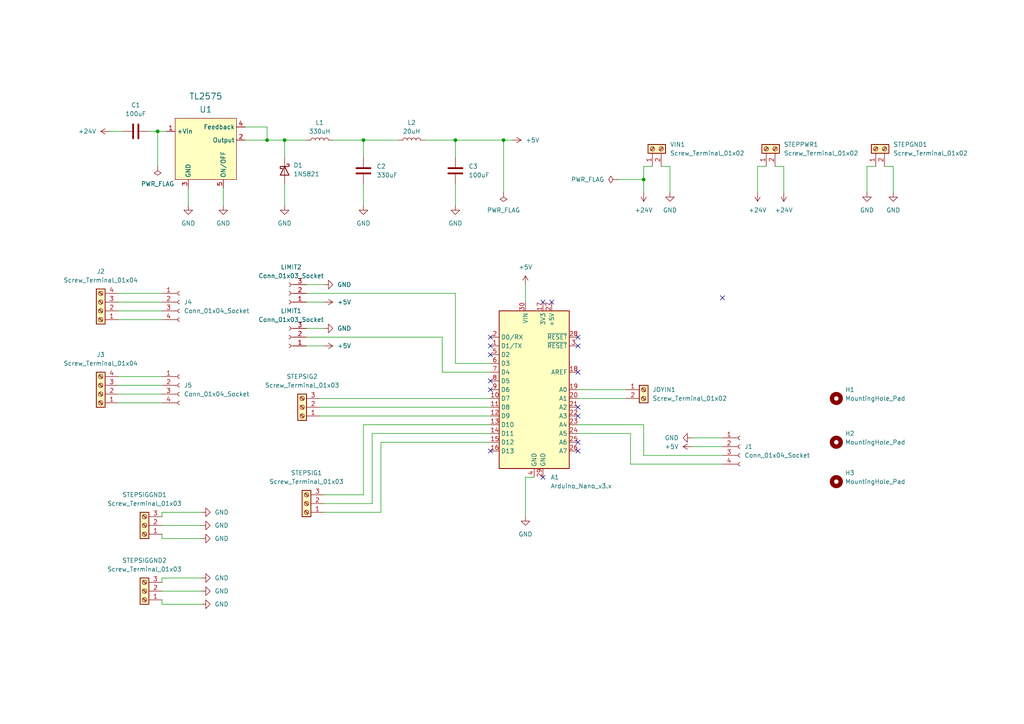
<source format=kicad_sch>
(kicad_sch (version 20230121) (generator eeschema)
  (paper "A4")
  (lib_symbols
    (symbol "Connector:Conn_01x03_Socket" (pin_names (offset 1.016) hide)
      (property "Reference" "J" (at 0 5.08 0))
      (property "Value" "Conn_01x03_Socket" (at 0 -5.08 0))
      (symbol "Conn_01x03_Socket_1_1"
        (arc (start 0 -2.032) (mid -0.5058 -2.54) (end 0 -3.048) (stroke (width 0.1524)))
        (polyline (pts (xy -1.27 -2.54) (xy -0.508 -2.54)) (stroke (width 0.1524)))
        (polyline (pts (xy -1.27 0) (xy -0.508 0)) (stroke (width 0.1524)))
        (polyline (pts (xy -1.27 2.54) (xy -0.508 2.54)) (stroke (width 0.1524)))
        (arc (start 0 0.508) (mid -0.5058 0) (end 0 -0.508) (stroke (width 0.1524)))
        (arc (start 0 3.048) (mid -0.5058 2.54) (end 0 2.032) (stroke (width 0.1524)))
        (pin passive line (at -5.08 2.54 0) (length 3.81) (name "Pin_1") (number "1"))
        (pin passive line (at -5.08 0 0) (length 3.81) (name "Pin_2") (number "2"))
        (pin passive line (at -5.08 -2.54 0) (length 3.81) (name "Pin_3") (number "3"))
      )
    )
    (symbol "Connector:Conn_01x04_Socket" (pin_names (offset 1.016) hide)
      (property "Reference" "J" (at 0 5.08 0))
      (property "Value" "Conn_01x04_Socket" (at 0 -7.62 0))
      (symbol "Conn_01x04_Socket_1_1"
        (arc (start 0 -4.572) (mid -0.5058 -5.08) (end 0 -5.588) (stroke (width 0.1524)))
        (arc (start 0 -2.032) (mid -0.5058 -2.54) (end 0 -3.048) (stroke (width 0.1524)))
        (polyline (pts (xy -1.27 -5.08) (xy -0.508 -5.08)) (stroke (width 0.1524)))
        (polyline (pts (xy -1.27 -2.54) (xy -0.508 -2.54)) (stroke (width 0.1524)))
        (polyline (pts (xy -1.27 0) (xy -0.508 0)) (stroke (width 0.1524)))
        (polyline (pts (xy -1.27 2.54) (xy -0.508 2.54)) (stroke (width 0.1524)))
        (arc (start 0 0.508) (mid -0.5058 0) (end 0 -0.508) (stroke (width 0.1524)))
        (arc (start 0 3.048) (mid -0.5058 2.54) (end 0 2.032) (stroke (width 0.1524)))
        (pin passive line (at -5.08 2.54 0) (length 3.81) (name "Pin_1") (number "1"))
        (pin passive line (at -5.08 0 0) (length 3.81) (name "Pin_2") (number "2"))
        (pin passive line (at -5.08 -2.54 0) (length 3.81) (name "Pin_3") (number "3"))
        (pin passive line (at -5.08 -5.08 0) (length 3.81) (name "Pin_4") (number "4"))
      )
    )
    (symbol "Connector:Screw_Terminal_01x02" (pin_names (offset 1.016) hide)
      (property "Reference" "J" (at 0 2.54 0))
      (property "Value" "Screw_Terminal_01x02" (at 0 -5.08 0))
      (symbol "Screw_Terminal_01x02_1_1"
        (rectangle (start -1.27 1.27) (end 1.27 -3.81) (stroke (width 0.254)) (fill (type background)))
        (circle (center 0 -2.54) (radius 0.635) (stroke (width 0.1524)))
        (polyline (pts (xy -0.5334 -2.2098) (xy 0.3302 -3.048)) (stroke (width 0.1524)))
        (polyline (pts (xy -0.5334 0.3302) (xy 0.3302 -0.508)) (stroke (width 0.1524)))
        (polyline (pts (xy -0.3556 -2.032) (xy 0.508 -2.8702)) (stroke (width 0.1524)))
        (polyline (pts (xy -0.3556 0.508) (xy 0.508 -0.3302)) (stroke (width 0.1524)))
        (circle (center 0 0) (radius 0.635) (stroke (width 0.1524)))
        (pin passive line (at -5.08 0 0) (length 3.81) (name "Pin_1") (number "1"))
        (pin passive line (at -5.08 -2.54 0) (length 3.81) (name "Pin_2") (number "2"))
      )
    )
    (symbol "Connector:Screw_Terminal_01x03" (pin_names (offset 1.016) hide)
      (property "Reference" "J" (at 0 5.08 0))
      (property "Value" "Screw_Terminal_01x03" (at 0 -5.08 0))
      (symbol "Screw_Terminal_01x03_1_1"
        (rectangle (start -1.27 3.81) (end 1.27 -3.81) (stroke (width 0.254)) (fill (type background)))
        (circle (center 0 -2.54) (radius 0.635) (stroke (width 0.1524)))
        (polyline (pts (xy -0.5334 -2.2098) (xy 0.3302 -3.048)) (stroke (width 0.1524)))
        (polyline (pts (xy -0.5334 0.3302) (xy 0.3302 -0.508)) (stroke (width 0.1524)))
        (polyline (pts (xy -0.5334 2.8702) (xy 0.3302 2.032)) (stroke (width 0.1524)))
        (polyline (pts (xy -0.3556 -2.032) (xy 0.508 -2.8702)) (stroke (width 0.1524)))
        (polyline (pts (xy -0.3556 0.508) (xy 0.508 -0.3302)) (stroke (width 0.1524)))
        (polyline (pts (xy -0.3556 3.048) (xy 0.508 2.2098)) (stroke (width 0.1524)))
        (circle (center 0 0) (radius 0.635) (stroke (width 0.1524)))
        (circle (center 0 2.54) (radius 0.635) (stroke (width 0.1524)))
        (pin passive line (at -5.08 2.54 0) (length 3.81) (name "Pin_1") (number "1"))
        (pin passive line (at -5.08 0 0) (length 3.81) (name "Pin_2") (number "2"))
        (pin passive line (at -5.08 -2.54 0) (length 3.81) (name "Pin_3") (number "3"))
      )
    )
    (symbol "Connector:Screw_Terminal_01x04" (pin_names (offset 1.016) hide)
      (property "Reference" "J" (at 0 5.08 0))
      (property "Value" "Screw_Terminal_01x04" (at 0 -7.62 0))
      (symbol "Screw_Terminal_01x04_1_1"
        (rectangle (start -1.27 3.81) (end 1.27 -6.35) (stroke (width 0.254)) (fill (type background)))
        (circle (center 0 -5.08) (radius 0.635) (stroke (width 0.1524)))
        (circle (center 0 -2.54) (radius 0.635) (stroke (width 0.1524)))
        (polyline (pts (xy -0.5334 -4.7498) (xy 0.3302 -5.588)) (stroke (width 0.1524)))
        (polyline (pts (xy -0.5334 -2.2098) (xy 0.3302 -3.048)) (stroke (width 0.1524)))
        (polyline (pts (xy -0.5334 0.3302) (xy 0.3302 -0.508)) (stroke (width 0.1524)))
        (polyline (pts (xy -0.5334 2.8702) (xy 0.3302 2.032)) (stroke (width 0.1524)))
        (polyline (pts (xy -0.3556 -4.572) (xy 0.508 -5.4102)) (stroke (width 0.1524)))
        (polyline (pts (xy -0.3556 -2.032) (xy 0.508 -2.8702)) (stroke (width 0.1524)))
        (polyline (pts (xy -0.3556 0.508) (xy 0.508 -0.3302)) (stroke (width 0.1524)))
        (polyline (pts (xy -0.3556 3.048) (xy 0.508 2.2098)) (stroke (width 0.1524)))
        (circle (center 0 0) (radius 0.635) (stroke (width 0.1524)))
        (circle (center 0 2.54) (radius 0.635) (stroke (width 0.1524)))
        (pin passive line (at -5.08 2.54 0) (length 3.81) (name "Pin_1") (number "1"))
        (pin passive line (at -5.08 0 0) (length 3.81) (name "Pin_2") (number "2"))
        (pin passive line (at -5.08 -2.54 0) (length 3.81) (name "Pin_3") (number "3"))
        (pin passive line (at -5.08 -5.08 0) (length 3.81) (name "Pin_4") (number "4"))
      )
    )
    (symbol "Device:C" (pin_numbers hide) (pin_names (offset 0.254))
      (property "Reference" "C" (at 0.635 2.54 0))
      (property "Value" "C" (at 0.635 -2.54 0))
      (symbol "C_0_1"
        (polyline (pts (xy -2.032 -0.762) (xy 2.032 -0.762)) (stroke (width 0.508)))
        (polyline (pts (xy -2.032 0.762) (xy 2.032 0.762)) (stroke (width 0.508)))
      )
      (symbol "C_1_1"
        (pin passive line (at 0 3.81 270) (length 2.794) (name "~") (number "1"))
        (pin passive line (at 0 -3.81 90) (length 2.794) (name "~") (number "2"))
      )
    )
    (symbol "Device:D_Schottky" (pin_numbers hide) (pin_names (offset 1.016) hide)
      (property "Reference" "D" (at 0 2.54 0))
      (property "Value" "D_Schottky" (at 0 -2.54 0))
      (symbol "D_Schottky_0_1"
        (polyline (pts (xy 1.27 0) (xy -1.27 0)))
        (polyline (pts (xy 1.27 1.27) (xy 1.27 -1.27) (xy -1.27 0) (xy 1.27 1.27)) (stroke (width 0.254)))
        (polyline (pts (xy -1.905 0.635) (xy -1.905 1.27) (xy -1.27 1.27) (xy -1.27 -1.27) (xy -0.635 -1.27) (xy -0.635 -0.635)) (stroke (width 0.254)))
      )
      (symbol "D_Schottky_1_1"
        (pin passive line (at -3.81 0 0) (length 2.54) (name "K") (number "1"))
        (pin passive line (at 3.81 0 180) (length 2.54) (name "A") (number "2"))
      )
    )
    (symbol "Device:L" (pin_numbers hide) (pin_names (offset 1.016) hide)
      (property "Reference" "L" (at -1.27 0 90))
      (property "Value" "L" (at 1.905 0 90))
      (symbol "L_0_1"
        (arc (start 0 -2.54) (mid 0.6323 -1.905) (end 0 -1.27))
        (arc (start 0 -1.27) (mid 0.6323 -0.635) (end 0 0))
        (arc (start 0 0) (mid 0.6323 0.635) (end 0 1.27))
        (arc (start 0 1.27) (mid 0.6323 1.905) (end 0 2.54))
      )
      (symbol "L_1_1"
        (pin passive line (at 0 3.81 270) (length 1.27) (name "1") (number "1"))
        (pin passive line (at 0 -3.81 90) (length 1.27) (name "2") (number "2"))
      )
    )
    (symbol "MCU_Module:Arduino_Nano_v3.x"
      (property "Reference" "A" (at -10.16 23.495 0))
      (property "Value" "Arduino_Nano_v3.x" (at 5.08 -24.13 0))
      (symbol "Arduino_Nano_v3.x_0_1"
        (rectangle (start -10.16 22.86) (end 10.16 -22.86) (stroke (width 0.254)) (fill (type background)))
      )
      (symbol "Arduino_Nano_v3.x_1_1"
        (pin bidirectional line (at -12.7 12.7 0) (length 2.54) (name "D1/TX") (number "1"))
        (pin bidirectional line (at -12.7 -2.54 0) (length 2.54) (name "D7") (number "10"))
        (pin bidirectional line (at -12.7 -5.08 0) (length 2.54) (name "D8") (number "11"))
        (pin bidirectional line (at -12.7 -7.62 0) (length 2.54) (name "D9") (number "12"))
        (pin bidirectional line (at -12.7 -10.16 0) (length 2.54) (name "D10") (number "13"))
        (pin bidirectional line (at -12.7 -12.7 0) (length 2.54) (name "D11") (number "14"))
        (pin bidirectional line (at -12.7 -15.24 0) (length 2.54) (name "D12") (number "15"))
        (pin bidirectional line (at -12.7 -17.78 0) (length 2.54) (name "D13") (number "16"))
        (pin power_out line (at 2.54 25.4 270) (length 2.54) (name "3V3") (number "17"))
        (pin input line (at 12.7 5.08 180) (length 2.54) (name "AREF") (number "18"))
        (pin bidirectional line (at 12.7 0 180) (length 2.54) (name "A0") (number "19"))
        (pin bidirectional line (at -12.7 15.24 0) (length 2.54) (name "D0/RX") (number "2"))
        (pin bidirectional line (at 12.7 -2.54 180) (length 2.54) (name "A1") (number "20"))
        (pin bidirectional line (at 12.7 -5.08 180) (length 2.54) (name "A2") (number "21"))
        (pin bidirectional line (at 12.7 -7.62 180) (length 2.54) (name "A3") (number "22"))
        (pin bidirectional line (at 12.7 -10.16 180) (length 2.54) (name "A4") (number "23"))
        (pin bidirectional line (at 12.7 -12.7 180) (length 2.54) (name "A5") (number "24"))
        (pin bidirectional line (at 12.7 -15.24 180) (length 2.54) (name "A6") (number "25"))
        (pin bidirectional line (at 12.7 -17.78 180) (length 2.54) (name "A7") (number "26"))
        (pin power_out line (at 5.08 25.4 270) (length 2.54) (name "+5V") (number "27"))
        (pin input line (at 12.7 15.24 180) (length 2.54) (name "~{RESET}") (number "28"))
        (pin power_in line (at 2.54 -25.4 90) (length 2.54) (name "GND") (number "29"))
        (pin input line (at 12.7 12.7 180) (length 2.54) (name "~{RESET}") (number "3"))
        (pin power_in line (at -2.54 25.4 270) (length 2.54) (name "VIN") (number "30"))
        (pin power_in line (at 0 -25.4 90) (length 2.54) (name "GND") (number "4"))
        (pin bidirectional line (at -12.7 10.16 0) (length 2.54) (name "D2") (number "5"))
        (pin bidirectional line (at -12.7 7.62 0) (length 2.54) (name "D3") (number "6"))
        (pin bidirectional line (at -12.7 5.08 0) (length 2.54) (name "D4") (number "7"))
        (pin bidirectional line (at -12.7 2.54 0) (length 2.54) (name "D5") (number "8"))
        (pin bidirectional line (at -12.7 0 0) (length 2.54) (name "D6") (number "9"))
      )
    )
    (symbol "Mechanical:MountingHole" (pin_names (offset 1.016))
      (property "Reference" "H" (at 0 5.08 0))
      (property "Value" "MountingHole" (at 0 3.175 0))
      (symbol "MountingHole_0_1"
        (circle (center 0 0) (radius 1.27) (stroke (width 1.27)))
      )
    )
    (symbol "TL2575:TL2575-xxIKTTR"
      (property "Reference" "TL2575" (at 0.508 0.762 0))
      (property "Value" "U?" (at 0.508 -1.778 0))
      (symbol "TL2575-xxIKTTR_1_1"
        (rectangle (start -8.89 8.89) (end 8.89 -8.89) (fill (type background)))
        (pin power_in line (at -11.43 5.08 0) (length 2.54) (name "+Vin") (number "1"))
        (pin power_out line (at 11.43 2.54 180) (length 2.54) (name "Output") (number "2"))
        (pin power_out line (at -5.08 -11.43 90) (length 2.54) (name "GND") (number "3"))
        (pin input line (at 11.43 6.35 180) (length 2.54) (name "Feedback") (number "4"))
        (pin input line (at 5.08 -11.43 90) (length 2.54) (name "ON/OFF") (number "5"))
      )
    )
    (symbol "power:+24V" (power) (pin_names (offset 0))
      (property "Value" "+24V" (at 0 3.556 0))
      (symbol "+24V_0_1"
        (polyline (pts (xy -0.762 1.27) (xy 0 2.54)))
        (polyline (pts (xy 0 0) (xy 0 2.54)))
        (polyline (pts (xy 0 2.54) (xy 0.762 1.27)))
      )
      (symbol "+24V_1_1"
        (pin power_in line (at 0 0 90) (length 0) hide (name "+24V") (number "1"))
      )
    )
    (symbol "power:+5V" (power) (pin_names (offset 0))
      (property "Value" "+5V" (at 0 3.556 0))
      (symbol "+5V_0_1"
        (polyline (pts (xy -0.762 1.27) (xy 0 2.54)))
        (polyline (pts (xy 0 0) (xy 0 2.54)))
        (polyline (pts (xy 0 2.54) (xy 0.762 1.27)))
      )
      (symbol "+5V_1_1"
        (pin power_in line (at 0 0 90) (length 0) hide (name "+5V") (number "1"))
      )
    )
    (symbol "power:GND" (power) (pin_names (offset 0))
      (property "Value" "GND" (at 0 -3.81 0))
      (symbol "GND_0_1"
        (polyline (pts (xy 0 0) (xy 0 -1.27) (xy 1.27 -1.27) (xy 0 -2.54) (xy -1.27 -1.27) (xy 0 -1.27)))
      )
      (symbol "GND_1_1"
        (pin power_in line (at 0 0 270) (length 0) hide (name "GND") (number "1"))
      )
    )
    (symbol "power:PWR_FLAG" (power) (pin_numbers hide) (pin_names (offset 0) hide)
      (property "Value" "PWR_FLAG" (at 0 3.81 0))
      (symbol "PWR_FLAG_0_0"
        (pin power_out line (at 0 0 90) (length 0) (name "pwr") (number "1"))
      )
      (symbol "PWR_FLAG_0_1"
        (polyline (pts (xy 0 0) (xy 0 1.27) (xy -1.016 1.905) (xy 0 2.54) (xy 1.016 1.905) (xy 0 1.27)))
      )
    )
  )
  (junction (at 82.55 40.64))
  (junction (at 146.05 40.64))
  (junction (at 77.47 40.64))
  (junction (at 105.41 40.64))
  (junction (at 132.08 40.64))
  (junction (at 186.69 52.07))
  (junction (at 45.72 38.1))
  (no_connect (at 167.64 107.95))
  (no_connect (at 142.24 97.79))
  (no_connect (at 160.02 87.63))
  (no_connect (at 167.64 130.81))
  (no_connect (at 142.24 130.81))
  (no_connect (at 167.64 100.33))
  (no_connect (at 167.64 97.79))
  (no_connect (at 142.24 102.87))
  (no_connect (at 157.48 87.63))
  (no_connect (at 142.24 113.03))
  (no_connect (at 142.24 100.33))
  (no_connect (at 142.24 110.49))
  (no_connect (at 167.64 118.11))
  (no_connect (at 157.48 138.43))
  (no_connect (at 167.64 128.27))
  (no_connect (at 167.64 120.65))
  (no_connect (at 209.55 86.36))
  (wire (pts (xy 189.23 48.26) (xy 186.69 48.26)))
  (wire (pts (xy 46.99 154.94) (xy 46.99 156.21)))
  (wire (pts (xy 132.08 105.41) (xy 142.24 105.41)))
  (wire (pts (xy 92.71 115.57) (xy 142.24 115.57)))
  (wire (pts (xy 46.99 149.86) (xy 46.99 148.59)))
  (wire (pts (xy 46.99 167.64) (xy 58.42 167.64)))
  (wire (pts (xy 92.71 120.65) (xy 142.24 120.65)))
  (wire (pts (xy 71.12 40.64) (xy 77.47 40.64)))
  (wire (pts (xy 107.95 125.73) (xy 142.24 125.73)))
  (wire (pts (xy 132.08 85.09) (xy 132.08 105.41)))
  (wire (pts (xy 132.08 53.34) (xy 132.08 59.69)))
  (wire (pts (xy 46.99 173.99) (xy 46.99 175.26)))
  (wire (pts (xy 167.64 125.73) (xy 182.88 125.73)))
  (wire (pts (xy 31.75 38.1) (xy 35.56 38.1)))
  (wire (pts (xy 227.33 48.26) (xy 227.33 55.88)))
  (wire (pts (xy 179.07 52.07) (xy 186.69 52.07)))
  (wire (pts (xy 194.31 48.26) (xy 194.31 55.88)))
  (wire (pts (xy 186.69 123.19) (xy 167.64 123.19)))
  (wire (pts (xy 93.98 146.05) (xy 107.95 146.05)))
  (wire (pts (xy 105.41 40.64) (xy 115.57 40.64)))
  (wire (pts (xy 34.29 90.17) (xy 46.99 90.17)))
  (wire (pts (xy 128.27 97.79) (xy 128.27 107.95)))
  (wire (pts (xy 110.49 128.27) (xy 142.24 128.27)))
  (wire (pts (xy 46.99 148.59) (xy 58.42 148.59)))
  (wire (pts (xy 54.61 54.61) (xy 54.61 59.69)))
  (wire (pts (xy 105.41 40.64) (xy 105.41 45.72)))
  (wire (pts (xy 132.08 40.64) (xy 132.08 45.72)))
  (wire (pts (xy 259.08 48.26) (xy 259.08 55.88)))
  (wire (pts (xy 88.9 85.09) (xy 132.08 85.09)))
  (wire (pts (xy 146.05 40.64) (xy 146.05 55.88)))
  (wire (pts (xy 92.71 118.11) (xy 142.24 118.11)))
  (wire (pts (xy 123.19 40.64) (xy 132.08 40.64)))
  (wire (pts (xy 34.29 116.84) (xy 46.99 116.84)))
  (wire (pts (xy 186.69 48.26) (xy 186.69 52.07)))
  (wire (pts (xy 88.9 100.33) (xy 93.98 100.33)))
  (wire (pts (xy 152.4 82.55) (xy 152.4 87.63)))
  (wire (pts (xy 105.41 123.19) (xy 142.24 123.19)))
  (wire (pts (xy 34.29 109.22) (xy 46.99 109.22)))
  (wire (pts (xy 34.29 111.76) (xy 46.99 111.76)))
  (wire (pts (xy 64.77 54.61) (xy 64.77 59.69)))
  (wire (pts (xy 46.99 168.91) (xy 46.99 167.64)))
  (wire (pts (xy 34.29 87.63) (xy 46.99 87.63)))
  (wire (pts (xy 224.79 48.26) (xy 227.33 48.26)))
  (wire (pts (xy 34.29 114.3) (xy 46.99 114.3)))
  (wire (pts (xy 96.52 40.64) (xy 105.41 40.64)))
  (wire (pts (xy 200.66 129.54) (xy 209.55 129.54)))
  (wire (pts (xy 251.46 48.26) (xy 251.46 55.88)))
  (wire (pts (xy 200.66 127) (xy 209.55 127)))
  (wire (pts (xy 128.27 107.95) (xy 142.24 107.95)))
  (wire (pts (xy 254 48.26) (xy 251.46 48.26)))
  (wire (pts (xy 167.64 113.03) (xy 181.61 113.03)))
  (wire (pts (xy 219.71 48.26) (xy 219.71 55.88)))
  (wire (pts (xy 256.54 48.26) (xy 259.08 48.26)))
  (wire (pts (xy 191.77 48.26) (xy 194.31 48.26)))
  (wire (pts (xy 105.41 53.34) (xy 105.41 59.69)))
  (wire (pts (xy 71.12 36.83) (xy 77.47 36.83)))
  (wire (pts (xy 82.55 40.64) (xy 88.9 40.64)))
  (wire (pts (xy 209.55 132.08) (xy 186.69 132.08)))
  (wire (pts (xy 93.98 143.51) (xy 105.41 143.51)))
  (wire (pts (xy 182.88 134.62) (xy 182.88 125.73)))
  (wire (pts (xy 88.9 95.25) (xy 93.98 95.25)))
  (wire (pts (xy 146.05 40.64) (xy 148.59 40.64)))
  (wire (pts (xy 43.18 38.1) (xy 45.72 38.1)))
  (wire (pts (xy 186.69 132.08) (xy 186.69 123.19)))
  (wire (pts (xy 186.69 52.07) (xy 186.69 55.88)))
  (wire (pts (xy 110.49 148.59) (xy 110.49 128.27)))
  (wire (pts (xy 88.9 82.55) (xy 93.98 82.55)))
  (wire (pts (xy 88.9 87.63) (xy 93.98 87.63)))
  (wire (pts (xy 34.29 85.09) (xy 46.99 85.09)))
  (wire (pts (xy 46.99 156.21) (xy 58.42 156.21)))
  (wire (pts (xy 154.94 138.43) (xy 152.4 138.43)))
  (wire (pts (xy 167.64 115.57) (xy 181.61 115.57)))
  (wire (pts (xy 152.4 138.43) (xy 152.4 149.86)))
  (wire (pts (xy 34.29 92.71) (xy 46.99 92.71)))
  (wire (pts (xy 82.55 53.34) (xy 82.55 59.69)))
  (wire (pts (xy 132.08 40.64) (xy 146.05 40.64)))
  (wire (pts (xy 93.98 148.59) (xy 110.49 148.59)))
  (wire (pts (xy 77.47 40.64) (xy 82.55 40.64)))
  (wire (pts (xy 45.72 38.1) (xy 48.26 38.1)))
  (wire (pts (xy 209.55 134.62) (xy 182.88 134.62)))
  (wire (pts (xy 45.72 38.1) (xy 45.72 48.26)))
  (wire (pts (xy 46.99 152.4) (xy 58.42 152.4)))
  (wire (pts (xy 222.25 48.26) (xy 219.71 48.26)))
  (wire (pts (xy 105.41 143.51) (xy 105.41 123.19)))
  (wire (pts (xy 46.99 171.45) (xy 58.42 171.45)))
  (wire (pts (xy 46.99 175.26) (xy 58.42 175.26)))
  (wire (pts (xy 77.47 36.83) (xy 77.47 40.64)))
  (wire (pts (xy 107.95 146.05) (xy 107.95 125.73)))
  (wire (pts (xy 88.9 97.79) (xy 128.27 97.79)))
  (wire (pts (xy 82.55 40.64) (xy 82.55 45.72)))
  (symbol (lib_id "power:GND") (at 259.08 55.88 0) (unit 1)
    (property "Reference" "#PWR09" (effects hide))
    (property "Value" "GND" (at 259.08 60.96 0))
  )
  (symbol (lib_id "Connector:Conn_01x03_Socket") (at 83.82 97.79 180) (unit 1)
    (property "Reference" "LIMIT1" (at 84.455 90.17 0))
    (property "Value" "Conn_01x03_Socket" (at 84.455 92.71 0))
    (property "Footprint" "Connector_JST:JST_PH_B3B-PH-K_1x03_P2.00mm_Vertical" (effects hide))
  )
  (symbol (lib_id "power:GND") (at 58.42 148.59 90) (unit 1)
    (property "Reference" "#PWR016" (effects hide))
    (property "Value" "GND" (at 62.23 148.59 90) (effects (justify right)))
  )
  (symbol (lib_id "Device:L") (at 92.71 40.64 90) (unit 1)
    (property "Reference" "L1" (at 92.71 35.56 90))
    (property "Value" "330uH" (at 92.71 38.1 90))
    (property "Footprint" "Inductor_SMD:L_12x12mm_H6mm" (effects hide))
  )
  (symbol (lib_id "power:GND") (at 152.4 149.86 0) (unit 1)
    (property "Reference" "#PWR05" (effects hide))
    (property "Value" "GND" (at 152.4 154.94 0))
  )
  (symbol (lib_id "power:+5V") (at 148.59 40.64 270) (unit 1)
    (property "Reference" "#PWR022" (effects hide))
    (property "Value" "+5V" (at 152.4 40.64 90) (effects (justify left)))
  )
  (symbol (lib_id "Connector:Conn_01x03_Socket") (at 83.82 85.09 180) (unit 1)
    (property "Reference" "LIMIT2" (at 84.455 77.47 0))
    (property "Value" "Conn_01x03_Socket" (at 84.455 80.01 0))
    (property "Footprint" "Connector_JST:JST_PH_B3B-PH-K_1x03_P2.00mm_Vertical" (effects hide))
  )
  (symbol (lib_id "Device:D_Schottky") (at 82.55 49.53 270) (unit 1)
    (property "Reference" "D1" (at 85.09 47.9425 90) (effects (justify left)))
    (property "Value" "1N5821" (at 85.09 50.4825 90) (effects (justify left)))
    (property "Footprint" "Diode_THT:D_DO-201AD_P12.70mm_Horizontal" (effects hide))
    (property "Datasheet" "https://www.taiwansemi.com/assets/uploads/datasheet/1N5820%20SERIES_I2105.pdf" (effects hide))
  )
  (symbol (lib_id "Connector:Screw_Terminal_01x03") (at 88.9 146.05 180) (unit 1)
    (property "Reference" "STEPSIG1" (at 88.9 137.16 0))
    (property "Value" "Screw_Terminal_01x03" (at 88.9 139.7 0))
    (property "Footprint" "TerminalBlock:TerminalBlock_Altech_AK300-3_P5.00mm" (effects hide))
  )
  (symbol (lib_id "power:PWR_FLAG") (at 179.07 52.07 90) (unit 1)
    (property "Reference" "#FLG03" (effects hide))
    (property "Value" "PWR_FLAG" (at 175.26 52.07 90) (effects (justify left)))
  )
  (symbol (lib_id "power:GND") (at 200.66 127 270) (unit 1)
    (property "Reference" "#PWR026" (effects hide))
    (property "Value" "GND" (at 196.85 127 90) (effects (justify right)))
  )
  (symbol (lib_id "power:GND") (at 82.55 59.69 0) (unit 1)
    (property "Reference" "#PWR023" (effects hide))
    (property "Value" "GND" (at 82.55 64.77 0))
  )
  (symbol (lib_id "Device:C") (at 132.08 49.53 0) (unit 1)
    (property "Reference" "C3" (at 135.89 48.26 0) (effects (justify left)))
    (property "Value" "100uF" (at 135.89 50.8 0) (effects (justify left)))
    (property "Footprint" "Capacitor_SMD:CP_Elec_6.3x7.7" (effects hide))
    (property "Datasheet" "https://www.mouser.com/datasheet/2/315/ABA0000C1184-947404.pdf" (effects hide))
  )
  (symbol (lib_id "power:+24V") (at 227.33 55.88 180) (unit 1)
    (property "Reference" "#PWR011" (effects hide))
    (property "Value" "+24V" (at 227.33 60.96 0))
  )
  (symbol (lib_id "power:GND") (at 93.98 82.55 90) (unit 1)
    (property "Reference" "#PWR014" (effects hide))
    (property "Value" "GND" (at 97.79 82.55 90) (effects (justify right)))
  )
  (symbol (lib_id "Connector:Screw_Terminal_01x04") (at 29.21 90.17 180) (unit 1)
    (property "Reference" "J2" (at 29.21 78.74 0))
    (property "Value" "Screw_Terminal_01x04" (at 29.21 81.28 0))
    (property "Footprint" "TerminalBlock:TerminalBlock_Altech_AK300-4_P5.00mm" (effects hide))
  )
  (symbol (lib_id "power:GND") (at 132.08 59.69 0) (unit 1)
    (property "Reference" "#PWR025" (effects hide))
    (property "Value" "GND" (at 132.08 64.77 0))
  )
  (symbol (lib_id "power:GND") (at 58.42 171.45 90) (unit 1)
    (property "Reference" "#PWR020" (effects hide))
    (property "Value" "GND" (at 62.23 171.45 90) (effects (justify right)))
  )
  (symbol (lib_id "Connector:Screw_Terminal_01x02") (at 254 43.18 90) (unit 1)
    (property "Reference" "STEPGND1" (at 259.08 41.91 90) (effects (justify right)))
    (property "Value" "Screw_Terminal_01x02" (at 259.08 44.45 90) (effects (justify right)))
    (property "Footprint" "TerminalBlock:TerminalBlock_Altech_AK300-2_P5.00mm" (effects hide))
  )
  (symbol (lib_id "Mechanical:MountingHole") (at 242.57 128.27 0) (unit 1)
    (property "Reference" "H2" (at 245.11 125.73 0) (effects (justify left)))
    (property "Value" "MountingHole_Pad" (at 245.11 128.27 0) (effects (justify left)))
    (property "Footprint" "MountingHole:MountingHole_4.3mm_M4" (effects hide))
  )
  (symbol (lib_id "power:GND") (at 58.42 156.21 90) (unit 1)
    (property "Reference" "#PWR018" (effects hide))
    (property "Value" "GND" (at 62.23 156.21 90) (effects (justify right)))
  )
  (symbol (lib_id "power:GND") (at 64.77 59.69 0) (unit 1)
    (property "Reference" "#PWR03" (effects hide))
    (property "Value" "GND" (at 64.77 64.77 0))
  )
  (symbol (lib_id "power:GND") (at 58.42 175.26 90) (unit 1)
    (property "Reference" "#PWR021" (effects hide))
    (property "Value" "GND" (at 62.23 175.26 90) (effects (justify right)))
  )
  (symbol (lib_id "Connector:Conn_01x04_Socket") (at 214.63 129.54 0) (unit 1)
    (property "Reference" "J1" (at 215.9 129.54 0) (effects (justify left)))
    (property "Value" "Conn_01x04_Socket" (at 215.9 132.08 0) (effects (justify left)))
    (property "Footprint" "Connector_PinSocket_2.00mm:PinSocket_1x04_P2.00mm_Vertical" (effects hide))
  )
  (symbol (lib_id "power:+5V") (at 200.66 129.54 90) (unit 1)
    (property "Reference" "#PWR027" (effects hide))
    (property "Value" "+5V" (at 196.85 129.54 90) (effects (justify left)))
  )
  (symbol (lib_id "Mechanical:MountingHole") (at 242.57 115.57 0) (unit 1)
    (property "Reference" "H1" (at 245.11 113.03 0) (effects (justify left)))
    (property "Value" "MountingHole_Pad" (at 245.11 115.57 0) (effects (justify left)))
    (property "Footprint" "MountingHole:MountingHole_4.3mm_M4" (effects hide))
  )
  (symbol (lib_id "power:PWR_FLAG") (at 45.72 48.26 180) (unit 1)
    (property "Reference" "#FLG02" (effects hide))
    (property "Value" "PWR_FLAG" (at 45.72 53.34 0))
  )
  (symbol (lib_id "power:+24V") (at 186.69 55.88 180) (unit 1)
    (property "Reference" "#PWR06" (effects hide))
    (property "Value" "+24V" (at 186.69 60.96 0))
  )
  (symbol (lib_id "Connector:Screw_Terminal_01x02") (at 189.23 43.18 90) (unit 1)
    (property "Reference" "VIN1" (at 194.31 41.91 90) (effects (justify right)))
    (property "Value" "Screw_Terminal_01x02" (at 194.31 44.45 90) (effects (justify right)))
    (property "Footprint" "TerminalBlock:TerminalBlock_Altech_AK300-2_P5.00mm" (effects hide))
  )
  (symbol (lib_id "Connector:Screw_Terminal_01x03") (at 41.91 152.4 180) (unit 1)
    (property "Reference" "STEPSIGGND1" (at 41.91 143.51 0))
    (property "Value" "Screw_Terminal_01x03" (at 41.91 146.05 0))
    (property "Footprint" "TerminalBlock:TerminalBlock_Altech_AK300-3_P5.00mm" (effects hide))
  )
  (symbol (lib_id "Connector:Conn_01x04_Socket") (at 52.07 111.76 0) (unit 1)
    (property "Reference" "J5" (at 53.34 111.76 0) (effects (justify left)))
    (property "Value" "Conn_01x04_Socket" (at 53.34 114.3 0) (effects (justify left)))
    (property "Footprint" "Connector_JST:JST_PH_B4B-PH-K_1x04_P2.00mm_Vertical" (effects hide))
  )
  (symbol (lib_id "Connector:Screw_Terminal_01x02") (at 222.25 43.18 90) (unit 1)
    (property "Reference" "STEPPWR1" (at 227.33 41.91 90) (effects (justify right)))
    (property "Value" "Screw_Terminal_01x02" (at 227.33 44.45 90) (effects (justify right)))
    (property "Footprint" "TerminalBlock:TerminalBlock_Altech_AK300-2_P5.00mm" (effects hide))
  )
  (symbol (lib_id "power:+5V") (at 93.98 100.33 270) (unit 1)
    (property "Reference" "#PWR012" (effects hide))
    (property "Value" "+5V" (at 97.79 100.33 90) (effects (justify left)))
  )
  (symbol (lib_id "Device:C") (at 105.41 49.53 0) (unit 1)
    (property "Reference" "C2" (at 109.22 48.26 0) (effects (justify left)))
    (property "Value" "330uF" (at 109.22 50.8 0) (effects (justify left)))
    (property "Footprint" "Capacitor_SMD:CP_Elec_6.3x7.7" (effects hide))
    (property "Datasheet" "https://www.mouser.com/datasheet/2/315/RDE0000C1259-1772497.pdf" (effects hide))
  )
  (symbol (lib_id "power:GND") (at 54.61 59.69 0) (unit 1)
    (property "Reference" "#PWR02" (effects hide))
    (property "Value" "GND" (at 54.61 64.77 0))
  )
  (symbol (lib_id "power:+5V") (at 93.98 87.63 270) (unit 1)
    (property "Reference" "#PWR013" (effects hide))
    (property "Value" "+5V" (at 97.79 87.63 90) (effects (justify left)))
  )
  (symbol (lib_id "power:+24V") (at 31.75 38.1 90) (unit 1)
    (property "Reference" "#PWR01" (effects hide))
    (property "Value" "+24V" (at 27.94 38.1 90) (effects (justify left)))
  )
  (symbol (lib_id "Connector:Screw_Terminal_01x04") (at 29.21 114.3 180) (unit 1)
    (property "Reference" "J3" (at 29.21 102.87 0))
    (property "Value" "Screw_Terminal_01x04" (at 29.21 105.41 0))
    (property "Footprint" "TerminalBlock:TerminalBlock_Altech_AK300-4_P5.00mm" (effects hide))
  )
  (symbol (lib_id "power:GND") (at 251.46 55.88 0) (unit 1)
    (property "Reference" "#PWR08" (effects hide))
    (property "Value" "GND" (at 251.46 60.96 0))
  )
  (symbol (lib_id "Device:L") (at 119.38 40.64 90) (unit 1)
    (property "Reference" "L2" (at 119.38 35.56 90))
    (property "Value" "20uH" (at 119.38 38.1 90))
    (property "Footprint" "Inductor_SMD:L_Wuerth_HCI-1335" (effects hide))
    (property "Datasheet" "https://www.we-online.com/components/products/datasheet/7843322000.pdf" (effects hide))
  )
  (symbol (lib_id "power:+24V") (at 219.71 55.88 180) (unit 1)
    (property "Reference" "#PWR010" (effects hide))
    (property "Value" "+24V" (at 219.71 60.96 0))
  )
  (symbol (lib_id "power:GND") (at 93.98 95.25 90) (unit 1)
    (property "Reference" "#PWR015" (effects hide))
    (property "Value" "GND" (at 97.79 95.25 90) (effects (justify right)))
  )
  (symbol (lib_id "Connector:Screw_Terminal_01x03") (at 41.91 171.45 180) (unit 1)
    (property "Reference" "STEPSIGGND2" (at 41.91 162.56 0))
    (property "Value" "Screw_Terminal_01x03" (at 41.91 165.1 0))
    (property "Footprint" "TerminalBlock:TerminalBlock_Altech_AK300-3_P5.00mm" (effects hide))
  )
  (symbol (lib_id "power:PWR_FLAG") (at 146.05 55.88 180) (unit 1)
    (property "Reference" "#FLG01" (effects hide))
    (property "Value" "PWR_FLAG" (at 146.05 60.96 0))
  )
  (symbol (lib_id "power:GND") (at 194.31 55.88 0) (unit 1)
    (property "Reference" "#PWR07" (effects hide))
    (property "Value" "GND" (at 194.31 60.96 0))
  )
  (symbol (lib_id "Connector:Screw_Terminal_01x03") (at 87.63 118.11 180) (unit 1)
    (property "Reference" "STEPSIG2" (at 87.63 109.22 0))
    (property "Value" "Screw_Terminal_01x03" (at 87.63 111.76 0))
    (property "Footprint" "TerminalBlock:TerminalBlock_Altech_AK300-3_P5.00mm" (effects hide))
  )
  (symbol (lib_id "Connector:Screw_Terminal_01x02") (at 186.69 113.03 0) (unit 1)
    (property "Reference" "JOYIN1" (at 189.23 113.03 0) (effects (justify left)))
    (property "Value" "Screw_Terminal_01x02" (at 189.23 115.57 0) (effects (justify left)))
    (property "Footprint" "TerminalBlock:TerminalBlock_Altech_AK300-2_P5.00mm" (effects hide))
  )
  (symbol (lib_id "Connector:Conn_01x04_Socket") (at 52.07 87.63 0) (unit 1)
    (property "Reference" "J4" (at 53.34 87.63 0) (effects (justify left)))
    (property "Value" "Conn_01x04_Socket" (at 53.34 90.17 0) (effects (justify left)))
    (property "Footprint" "Connector_JST:JST_PH_B4B-PH-K_1x04_P2.00mm_Vertical" (effects hide))
  )
  (symbol (lib_id "Device:C") (at 39.37 38.1 90) (unit 1)
    (property "Reference" "C1" (at 39.37 30.48 90))
    (property "Value" "100uF" (at 39.37 33.02 90))
    (property "Footprint" "Capacitor_SMD:CP_Elec_6.3x7.7" (effects hide))
    (property "Datasheet" "https://www.mouser.com/datasheet/2/315/panasonic_05052020_Capacitor_Lytic_SMD_Halogen_Fre-1843216.pdf" (effects hide))
  )
  (symbol (lib_id "power:GND") (at 105.41 59.69 0) (unit 1)
    (property "Reference" "#PWR024" (effects hide))
    (property "Value" "GND" (at 105.41 64.77 0))
  )
  (symbol (lib_id "Mechanical:MountingHole") (at 242.57 139.7 0) (unit 1)
    (property "Reference" "H3" (at 245.11 137.16 0) (effects (justify left)))
    (property "Value" "MountingHole_Pad" (at 245.11 139.7 0) (effects (justify left)))
    (property "Footprint" "MountingHole:MountingHole_4.3mm_M4" (effects hide))
  )
  (symbol (lib_id "MCU_Module:Arduino_Nano_v3.x") (at 154.94 113.03 0) (unit 1)
    (property "Reference" "A1" (at 159.6741 138.43 0) (effects (justify left)))
    (property "Value" "Arduino_Nano_v3.x" (at 159.6741 140.97 0) (effects (justify left)))
    (property "Footprint" "Module:Arduino_Nano" (effects hide))
    (property "Datasheet" "http://www.mouser.com/pdfdocs/Gravitech_Arduino_Nano3_0.pdf" (effects hide))
  )
  (symbol (lib_id "power:GND") (at 58.42 152.4 90) (unit 1)
    (property "Reference" "#PWR017" (effects hide))
    (property "Value" "GND" (at 62.23 152.4 90) (effects (justify right)))
  )
  (symbol (lib_id "TL2575:TL2575-xxIKTTR") (at 59.69 43.18 0) (unit 1)
    (property "Reference" "TL2575" (at 59.69 27.94 0) (effects (font (size 1.75 1.75))))
    (property "Value" "U1" (at 59.69 31.75 0) (effects (font (size 1.75 1.75))))
    (property "Footprint" "Package_TO_SOT_SMD:TO-263-5_TabPin3" (effects hide))
    (property "Datasheet" "https://www.ti.com/lit/ds/symlink/tl2575hv-05.pdf?HQS=dis-mous-null-mousermode-dsf-pf-null-wwe&ts=1693436050174&ref_url=https%253A%252F%252Fwww.mouser.com%252F" (effects hide))
  )
  (symbol (lib_id "power:+5V") (at 152.4 82.55 0) (unit 1)
    (property "Reference" "#PWR04" (effects hide))
    (property "Value" "+5V" (at 152.4 77.47 0))
  )
  (symbol (lib_id "power:GND") (at 58.42 167.64 90) (unit 1)
    (property "Reference" "#PWR019" (effects hide))
    (property "Value" "GND" (at 62.23 167.64 90) (effects (justify right)))
  )
)
</source>
